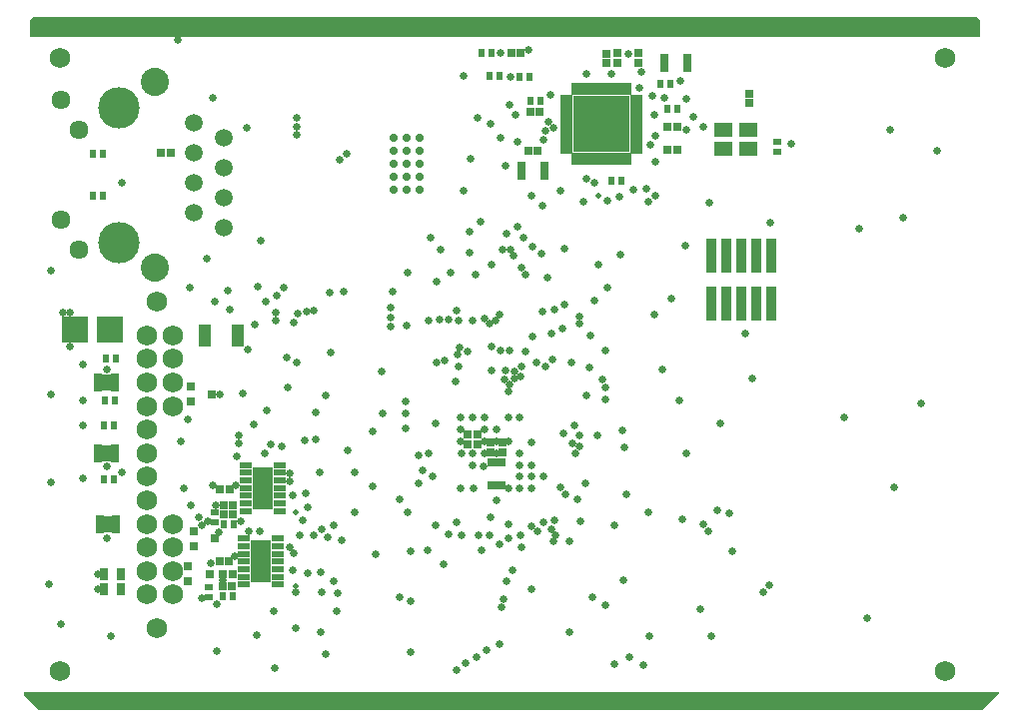
<source format=gbs>
G04*
G04 #@! TF.GenerationSoftware,Altium Limited,Altium Designer,19.0.4 (130)*
G04*
G04 Layer_Color=16711935*
%FSLAX25Y25*%
%MOIN*%
G70*
G01*
G75*
%ADD45R,0.02375X0.02572*%
%ADD46R,0.03713X0.11784*%
%ADD47R,0.02769X0.05918*%
%ADD48R,0.02926X0.02926*%
%ADD49R,0.02926X0.02926*%
%ADD53R,0.02572X0.02375*%
%ADD55R,0.02769X0.03950*%
%ADD56R,0.04343X0.07296*%
G04:AMPARAMS|DCode=65|XSize=19.81mil|YSize=19.81mil|CornerRadius=9.91mil|HoleSize=0mil|Usage=FLASHONLY|Rotation=270.000|XOffset=0mil|YOffset=0mil|HoleType=Round|Shape=RoundedRectangle|*
%AMROUNDEDRECTD65*
21,1,0.01981,0.00000,0,0,270.0*
21,1,0.00000,0.01981,0,0,270.0*
1,1,0.01981,0.00000,0.00000*
1,1,0.01981,0.00000,0.00000*
1,1,0.01981,0.00000,0.00000*
1,1,0.01981,0.00000,0.00000*
%
%ADD65ROUNDEDRECTD65*%
%ADD69C,0.05918*%
%ADD70C,0.09400*%
%ADD71C,0.13792*%
%ADD72C,0.06343*%
%ADD73C,0.06800*%
%ADD74C,0.02572*%
%ADD75C,0.02769*%
%ADD103R,0.04343X0.01981*%
%ADD104R,0.01981X0.04343*%
%ADD105R,0.18517X0.18517*%
%ADD106R,0.05918X0.05131*%
%ADD107R,0.03162X0.03162*%
%ADD108R,0.09068X0.08871*%
%ADD109R,0.02847X0.02060*%
%ADD110R,0.03202X0.05761*%
%ADD111R,0.07099X0.14186*%
%ADD112R,0.03969X0.01981*%
%ADD113R,0.05918X0.02769*%
G36*
X356299Y237205D02*
Y231299D01*
X39370D01*
Y237205D01*
X40354Y238189D01*
X355315D01*
X356299Y237205D01*
D02*
G37*
G36*
X362727Y12333D02*
X357283Y6890D01*
X42323D01*
X37402Y11811D01*
Y12795D01*
X362536D01*
X362727Y12333D01*
D02*
G37*
D45*
X189910Y226083D02*
D03*
X193257D02*
D03*
X195983Y218504D02*
D03*
X192637D02*
D03*
X206004Y218110D02*
D03*
X202658D02*
D03*
X209498Y210236D02*
D03*
X206151D02*
D03*
X233169Y183465D02*
D03*
X236516D02*
D03*
X255217Y207283D02*
D03*
X251870D02*
D03*
X249508Y215748D02*
D03*
X252854D02*
D03*
X60138Y192520D02*
D03*
X63484D02*
D03*
X60138Y178347D02*
D03*
X63484D02*
D03*
X103445Y44882D02*
D03*
X106791D02*
D03*
X103839Y68898D02*
D03*
X107185D02*
D03*
X64468Y124016D02*
D03*
X67815D02*
D03*
X64075Y83858D02*
D03*
X67421D02*
D03*
X64075Y101772D02*
D03*
X67421D02*
D03*
X64173Y110236D02*
D03*
X67520D02*
D03*
D46*
X286653Y142305D02*
D03*
Y158329D02*
D03*
X281653Y142305D02*
D03*
Y158329D02*
D03*
X276654Y142305D02*
D03*
Y158329D02*
D03*
X271654Y142305D02*
D03*
Y158329D02*
D03*
X266653Y142305D02*
D03*
Y158329D02*
D03*
D47*
X203248Y186614D02*
D03*
X210925D02*
D03*
X258513Y222638D02*
D03*
X250836D02*
D03*
D48*
X202984Y225984D02*
D03*
X199834D02*
D03*
X209399Y206299D02*
D03*
X206250D02*
D03*
X205512Y193307D02*
D03*
X208661D02*
D03*
X255118Y193701D02*
D03*
X251969D02*
D03*
X255118Y201378D02*
D03*
X251969D02*
D03*
X86221Y192936D02*
D03*
X83071D02*
D03*
X188583Y95472D02*
D03*
X185433D02*
D03*
X188583Y98622D02*
D03*
X185433D02*
D03*
X103937Y72047D02*
D03*
X107087D02*
D03*
X106890Y52165D02*
D03*
X103740D02*
D03*
X107087Y75197D02*
D03*
X103937D02*
D03*
X103543Y48031D02*
D03*
X106693D02*
D03*
X102756Y80500D02*
D03*
X105905D02*
D03*
X102488Y56328D02*
D03*
X105638D02*
D03*
D49*
X242126Y225975D02*
D03*
Y222825D02*
D03*
X235433Y222835D02*
D03*
Y225984D02*
D03*
X231496Y222630D02*
D03*
Y225779D02*
D03*
X279134Y212598D02*
D03*
Y209449D02*
D03*
X192913Y96063D02*
D03*
Y92913D02*
D03*
X196850Y96063D02*
D03*
Y92913D02*
D03*
D53*
X288583Y196555D02*
D03*
Y193209D02*
D03*
X98819Y44390D02*
D03*
Y47736D02*
D03*
X100787Y69587D02*
D03*
Y72933D02*
D03*
D55*
X64016Y52165D02*
D03*
X69449D02*
D03*
X64016Y47244D02*
D03*
X69449D02*
D03*
D56*
X97441Y131890D02*
D03*
X108661D02*
D03*
D65*
X228865Y178585D02*
D03*
X127893Y48228D02*
D03*
X127953Y72835D02*
D03*
D69*
X103894Y167936D02*
D03*
X93894Y172936D02*
D03*
X103894Y177936D02*
D03*
X93894Y182936D02*
D03*
X103894Y187936D02*
D03*
X93894Y192936D02*
D03*
X103894Y197936D02*
D03*
X93894Y202936D02*
D03*
D70*
X80901Y216440D02*
D03*
Y154432D02*
D03*
D71*
X68893Y162936D02*
D03*
Y207936D02*
D03*
D72*
X55592Y160530D02*
D03*
X49608Y210333D02*
D03*
X55594Y200340D02*
D03*
X49610Y170537D02*
D03*
D73*
X78149Y45276D02*
D03*
Y53150D02*
D03*
X86811Y45276D02*
D03*
Y53150D02*
D03*
X78149Y131890D02*
D03*
Y124016D02*
D03*
X86811Y131890D02*
D03*
Y124016D02*
D03*
Y116142D02*
D03*
Y68898D02*
D03*
X86811Y61024D02*
D03*
X78149Y116142D02*
D03*
Y108268D02*
D03*
Y100394D02*
D03*
Y92520D02*
D03*
Y84646D02*
D03*
Y76772D02*
D03*
Y61024D02*
D03*
Y68898D02*
D03*
X86811Y108268D02*
D03*
X81693Y143110D02*
D03*
Y34055D02*
D03*
X49213Y224410D02*
D03*
X344488D02*
D03*
X49213Y19685D02*
D03*
X344488D02*
D03*
D74*
X196269Y226083D02*
D03*
X205674Y227177D02*
D03*
X116142Y163567D02*
D03*
X111458Y201075D02*
D03*
X184055Y218504D02*
D03*
X212957Y212043D02*
D03*
X247466Y138766D02*
D03*
X236379Y158915D02*
D03*
X217652Y160788D02*
D03*
X336614Y109252D02*
D03*
X341831Y193307D02*
D03*
X330709Y171260D02*
D03*
X315945Y167323D02*
D03*
X98425Y157342D02*
D03*
X156546Y119838D02*
D03*
X262795Y40427D02*
D03*
X273600Y59800D02*
D03*
X257035Y70429D02*
D03*
X255906Y109941D02*
D03*
X258374Y92519D02*
D03*
X237710Y94488D02*
D03*
X238204Y78863D02*
D03*
X234360Y68555D02*
D03*
X222981Y69862D02*
D03*
X166339Y26100D02*
D03*
X269683Y102362D02*
D03*
X245477Y72648D02*
D03*
X293307Y195748D02*
D03*
X238779Y225742D02*
D03*
X247929Y198378D02*
D03*
X263779Y201565D02*
D03*
X246198Y195472D02*
D03*
X242626Y214567D02*
D03*
X243110Y219882D02*
D03*
X256304Y216748D02*
D03*
X233169Y218959D02*
D03*
X224803D02*
D03*
X100394Y211024D02*
D03*
X69784Y182677D02*
D03*
X266653Y31400D02*
D03*
X318701Y37402D02*
D03*
X327756Y80992D02*
D03*
X310777Y104331D02*
D03*
X280433Y117323D02*
D03*
X57087Y233616D02*
D03*
X66925D02*
D03*
X76181D02*
D03*
X86614D02*
D03*
X97146D02*
D03*
X147638D02*
D03*
X137106D02*
D03*
X126673D02*
D03*
X117417D02*
D03*
X107579D02*
D03*
X209590D02*
D03*
X219428D02*
D03*
X228684D02*
D03*
X239118D02*
D03*
X249649D02*
D03*
X199157D02*
D03*
X188625D02*
D03*
X178192D02*
D03*
X168936D02*
D03*
X159098D02*
D03*
X312303D02*
D03*
X322142D02*
D03*
X331398D02*
D03*
X341831D02*
D03*
X301870D02*
D03*
X291339D02*
D03*
X280905D02*
D03*
X271649D02*
D03*
X261811D02*
D03*
X263779Y11175D02*
D03*
X273618D02*
D03*
X282874D02*
D03*
X293307D02*
D03*
X303839D02*
D03*
X343799D02*
D03*
X333366D02*
D03*
X324110D02*
D03*
X314272D02*
D03*
X161066D02*
D03*
X170905D02*
D03*
X180161D02*
D03*
X190594D02*
D03*
X201125D02*
D03*
X251618D02*
D03*
X241086D02*
D03*
X230653D02*
D03*
X221397D02*
D03*
X211559D02*
D03*
X109547D02*
D03*
X119386D02*
D03*
X128642D02*
D03*
X139075D02*
D03*
X149606D02*
D03*
X99114D02*
D03*
X88583D02*
D03*
X78149D02*
D03*
X68893D02*
D03*
X201409Y205512D02*
D03*
X201958Y196555D02*
D03*
X326378Y200340D02*
D03*
X285827Y48425D02*
D03*
X283858Y46063D02*
D03*
X246850Y211811D02*
D03*
X244881Y180708D02*
D03*
X231890Y176772D02*
D03*
X250787Y211024D02*
D03*
X245669Y176378D02*
D03*
X237205Y50197D02*
D03*
X258268Y210630D02*
D03*
X199585Y218110D02*
D03*
X265914Y175984D02*
D03*
X224016Y176392D02*
D03*
X217322Y99212D02*
D03*
X222441Y138189D02*
D03*
X247638Y205315D02*
D03*
X244094Y21654D02*
D03*
X213779Y201181D02*
D03*
X212205Y203150D02*
D03*
X211353Y200000D02*
D03*
X210630Y197161D02*
D03*
X234164Y22047D02*
D03*
X239272Y24409D02*
D03*
X258268Y200340D02*
D03*
X246063Y31400D02*
D03*
X219291Y32677D02*
D03*
X260630Y204724D02*
D03*
X250394Y120334D02*
D03*
X227559Y182677D02*
D03*
X235826Y177952D02*
D03*
X231299Y114567D02*
D03*
X226094Y121117D02*
D03*
X231398Y110331D02*
D03*
Y41732D02*
D03*
X224803Y184252D02*
D03*
X227636Y143307D02*
D03*
X226378Y131890D02*
D03*
X227067Y44488D02*
D03*
X240551Y180315D02*
D03*
X216402Y180113D02*
D03*
X198829Y113096D02*
D03*
X202808Y64940D02*
D03*
X198819Y63976D02*
D03*
X203061Y118214D02*
D03*
X200788Y117323D02*
D03*
X200787Y119882D02*
D03*
X199202Y115453D02*
D03*
X197549Y117230D02*
D03*
X198000Y120100D02*
D03*
X193316Y119986D02*
D03*
X198808Y68898D02*
D03*
X194813Y76890D02*
D03*
X209842Y159031D02*
D03*
X207087Y161417D02*
D03*
X211811Y151181D02*
D03*
X174803Y149606D02*
D03*
X189469Y169700D02*
D03*
X182382Y136909D02*
D03*
X179044Y137211D02*
D03*
X175796Y137015D02*
D03*
X172146Y136625D02*
D03*
X177457Y123425D02*
D03*
X175098Y122733D02*
D03*
X173622Y84874D02*
D03*
X181496Y20079D02*
D03*
X184646Y22441D02*
D03*
X188189Y24409D02*
D03*
X191732Y26681D02*
D03*
X195788Y28740D02*
D03*
X196457Y40945D02*
D03*
X197244Y43701D02*
D03*
X247846Y178347D02*
D03*
X210236Y175197D02*
D03*
X206693Y178347D02*
D03*
X201958Y168099D02*
D03*
X203937Y164567D02*
D03*
X231890Y147638D02*
D03*
X217900Y78800D02*
D03*
X216228Y80992D02*
D03*
X221074Y101777D02*
D03*
X222539Y98327D02*
D03*
X228937Y155512D02*
D03*
X206534Y47244D02*
D03*
X183109Y64978D02*
D03*
X171883Y60200D02*
D03*
X192531Y64940D02*
D03*
X189960Y60039D02*
D03*
X195866Y62008D02*
D03*
X178839Y65436D02*
D03*
X174705Y68588D02*
D03*
X181595Y69295D02*
D03*
X177199Y55379D02*
D03*
X187131Y80832D02*
D03*
X183090Y80727D02*
D03*
X190551Y88189D02*
D03*
X187008Y88583D02*
D03*
X187007Y92519D02*
D03*
X194882Y92520D02*
D03*
X183109Y92519D02*
D03*
X272601Y72421D02*
D03*
X265748Y66296D02*
D03*
X268686Y73571D02*
D03*
X263779Y68701D02*
D03*
X237063Y99993D02*
D03*
X193021Y71161D02*
D03*
X206694Y68110D02*
D03*
X200394Y53445D02*
D03*
X203100Y61200D02*
D03*
X198819Y80708D02*
D03*
X202756Y80709D02*
D03*
X206693D02*
D03*
Y84646D02*
D03*
X174705Y102461D02*
D03*
X164507Y100650D02*
D03*
X198819Y96457D02*
D03*
X190945Y100394D02*
D03*
X194883D02*
D03*
X183071D02*
D03*
X248031Y189764D02*
D03*
X216929Y134153D02*
D03*
X253150Y144095D02*
D03*
X257874Y161811D02*
D03*
X222441Y135630D02*
D03*
X186221Y190650D02*
D03*
X198041Y188583D02*
D03*
X128347Y201575D02*
D03*
Y204331D02*
D03*
X188976Y64960D02*
D03*
X131299Y79232D02*
D03*
X131890Y74508D02*
D03*
X129348Y64961D02*
D03*
X133995Y65256D02*
D03*
X140500Y68398D02*
D03*
X125984Y61024D02*
D03*
X130315Y70079D02*
D03*
X136708Y67115D02*
D03*
X138583Y64370D02*
D03*
X127270Y58960D02*
D03*
X159449Y140945D02*
D03*
X172834Y164567D02*
D03*
X176179Y160530D02*
D03*
X185800Y166562D02*
D03*
X164862Y134941D02*
D03*
X181595Y140157D02*
D03*
X185900Y159449D02*
D03*
X188583Y204390D02*
D03*
X192997Y202279D02*
D03*
X139113Y146200D02*
D03*
X144095Y146457D02*
D03*
X199213Y208661D02*
D03*
X198342Y165800D02*
D03*
X183968Y180206D02*
D03*
X196161Y197933D02*
D03*
X128347Y198819D02*
D03*
X142520Y190551D02*
D03*
X144783Y192520D02*
D03*
X124016Y147638D02*
D03*
X198140Y49609D02*
D03*
X217441Y142126D02*
D03*
X210148Y139869D02*
D03*
X203346Y154429D02*
D03*
X214381Y140558D02*
D03*
X165354Y152854D02*
D03*
X286171Y169291D02*
D03*
X114173Y135433D02*
D03*
X115354Y148031D02*
D03*
X105905Y140551D02*
D03*
X187992Y152271D02*
D03*
X193150Y155512D02*
D03*
X200699Y158374D02*
D03*
X199585Y160531D02*
D03*
X196949Y160335D02*
D03*
X131010Y96794D02*
D03*
X123228Y94784D02*
D03*
X125984Y85630D02*
D03*
X126083Y83071D02*
D03*
X134761Y97030D02*
D03*
X202609Y84646D02*
D03*
X172121Y92308D02*
D03*
X214364Y70177D02*
D03*
X210630Y69291D02*
D03*
X57087Y109941D02*
D03*
Y122150D02*
D03*
Y101772D02*
D03*
Y83957D02*
D03*
X96555Y68602D02*
D03*
X98654Y69717D02*
D03*
X204538Y152271D02*
D03*
X195965Y138681D02*
D03*
X143307Y63540D02*
D03*
X141672Y39764D02*
D03*
X141831Y45768D02*
D03*
X92682Y147638D02*
D03*
X89567Y96457D02*
D03*
X137795Y25600D02*
D03*
X127942Y34055D02*
D03*
X165354Y72835D02*
D03*
X147638Y72648D02*
D03*
X139764Y125984D02*
D03*
X179724Y152854D02*
D03*
X160156Y146457D02*
D03*
X220002Y122736D02*
D03*
X166400Y59800D02*
D03*
X147600Y86200D02*
D03*
X154488Y58760D02*
D03*
X66300Y31400D02*
D03*
X59055Y11175D02*
D03*
X277953Y132491D02*
D03*
X88583Y230315D02*
D03*
X46200Y153400D02*
D03*
Y112200D02*
D03*
X46400Y82829D02*
D03*
X45600Y48652D02*
D03*
X49610Y35433D02*
D03*
X231300Y126800D02*
D03*
X199155D02*
D03*
X196368Y126679D02*
D03*
X193150Y128051D02*
D03*
X183071Y96457D02*
D03*
X214539Y65264D02*
D03*
X219291Y62992D02*
D03*
X132000Y52500D02*
D03*
X140574Y49682D02*
D03*
X136259Y52756D02*
D03*
X126961Y53543D02*
D03*
X107874Y81693D02*
D03*
X100394D02*
D03*
X92913Y75087D02*
D03*
X90561Y80845D02*
D03*
X99500Y55655D02*
D03*
X107579Y58071D02*
D03*
X112113Y66339D02*
D03*
X116000Y66500D02*
D03*
X128000Y46063D02*
D03*
X208662Y66500D02*
D03*
X101000Y143209D02*
D03*
X119691Y95477D02*
D03*
X108405Y91399D02*
D03*
X109454Y69688D02*
D03*
X162697Y77165D02*
D03*
Y44587D02*
D03*
X120472Y39764D02*
D03*
X166339Y43110D02*
D03*
X121567Y144987D02*
D03*
X131436Y139704D02*
D03*
X127172Y136227D02*
D03*
X206534Y96260D02*
D03*
X230413Y117027D02*
D03*
X213287Y67224D02*
D03*
X168996Y82480D02*
D03*
X186811Y136625D02*
D03*
X194596Y136818D02*
D03*
X207087Y131299D02*
D03*
X185245Y126286D02*
D03*
X181988Y125295D02*
D03*
X204538Y126565D02*
D03*
X113976Y101969D02*
D03*
X135925Y86221D02*
D03*
X153543Y99606D02*
D03*
X181111Y116443D02*
D03*
X182194Y121561D02*
D03*
X182579Y127745D02*
D03*
X190945Y137598D02*
D03*
X192531Y135670D02*
D03*
X211417Y121457D02*
D03*
X203150Y121555D02*
D03*
X208169Y122736D02*
D03*
X213583Y123622D02*
D03*
X213189Y132579D02*
D03*
X187008Y104331D02*
D03*
X190945D02*
D03*
X202569Y88587D02*
D03*
X170177Y86614D02*
D03*
X164764Y105807D02*
D03*
X168799Y91831D02*
D03*
X225000Y111811D02*
D03*
X221949Y77264D02*
D03*
X222452Y94690D02*
D03*
X228543Y98327D02*
D03*
X206693Y88583D02*
D03*
X134455Y106107D02*
D03*
X220385Y95871D02*
D03*
X224508Y82382D02*
D03*
X164764Y109646D02*
D03*
X138091Y111614D02*
D03*
X118405Y106693D02*
D03*
X157087Y105610D02*
D03*
X95571Y71161D02*
D03*
X145374Y93307D02*
D03*
X117717Y92520D02*
D03*
X108858Y98524D02*
D03*
Y95866D02*
D03*
X92028Y103642D02*
D03*
X110433Y112408D02*
D03*
X210630Y84645D02*
D03*
X128347Y122933D02*
D03*
X128740Y139173D02*
D03*
X125295Y114370D02*
D03*
X133858Y139961D02*
D03*
X125000Y124311D02*
D03*
X118012Y143209D02*
D03*
X153543Y81496D02*
D03*
X190945Y92520D02*
D03*
X103445Y50011D02*
D03*
X221260Y92520D02*
D03*
X126961Y78347D02*
D03*
X105118Y146850D02*
D03*
X136614Y46063D02*
D03*
X136259Y32677D02*
D03*
X102362Y65945D02*
D03*
X101378Y75197D02*
D03*
X101575Y26378D02*
D03*
X114961Y31890D02*
D03*
X96457Y44094D02*
D03*
X101575Y42126D02*
D03*
X69784Y86221D02*
D03*
X121200Y136614D02*
D03*
Y139370D02*
D03*
X120866Y20866D02*
D03*
X213779Y62992D02*
D03*
X102756Y112008D02*
D03*
X202757Y104331D02*
D03*
X202756Y92521D02*
D03*
X190944Y96457D02*
D03*
X111811Y127165D02*
D03*
X159449Y137795D02*
D03*
Y134646D02*
D03*
X52756Y139370D02*
D03*
Y127953D02*
D03*
X50394Y139370D02*
D03*
X64961Y120472D02*
D03*
X61811Y47244D02*
D03*
Y51968D02*
D03*
X64961Y88189D02*
D03*
Y63976D02*
D03*
X198820Y104331D02*
D03*
X183071D02*
D03*
X194882Y96457D02*
D03*
D75*
X160570Y197638D02*
D03*
X164901D02*
D03*
X169232D02*
D03*
X160570Y193307D02*
D03*
X164901D02*
D03*
X169232D02*
D03*
X160570Y188976D02*
D03*
X164901D02*
D03*
X169232D02*
D03*
X160570Y184646D02*
D03*
X164901D02*
D03*
X169232D02*
D03*
X160570Y180315D02*
D03*
X164901D02*
D03*
X169232D02*
D03*
D103*
X218307Y193504D02*
D03*
Y195472D02*
D03*
Y197441D02*
D03*
Y199409D02*
D03*
Y201378D02*
D03*
Y203346D02*
D03*
Y205315D02*
D03*
Y207283D02*
D03*
Y209252D02*
D03*
Y211221D02*
D03*
X241535D02*
D03*
Y209252D02*
D03*
Y207283D02*
D03*
Y205315D02*
D03*
Y203346D02*
D03*
Y201378D02*
D03*
Y199409D02*
D03*
Y197441D02*
D03*
Y195472D02*
D03*
Y193504D02*
D03*
D104*
X221063Y213976D02*
D03*
X223031D02*
D03*
X225000D02*
D03*
X226969D02*
D03*
X228937D02*
D03*
X230906D02*
D03*
X232874D02*
D03*
X234842D02*
D03*
X236811D02*
D03*
X238779D02*
D03*
Y190748D02*
D03*
X236811D02*
D03*
X234842D02*
D03*
X232874D02*
D03*
X230906D02*
D03*
X228937D02*
D03*
X226969D02*
D03*
X225000D02*
D03*
X223031D02*
D03*
X221063D02*
D03*
D105*
X229921Y202362D02*
D03*
D106*
X278779Y200492D02*
D03*
X270511D02*
D03*
Y193996D02*
D03*
X278779D02*
D03*
D107*
X92027Y49606D02*
D03*
Y54724D02*
D03*
X99311Y52165D02*
D03*
X92815Y109646D02*
D03*
Y114764D02*
D03*
X100099Y112205D02*
D03*
X93799Y61417D02*
D03*
Y66535D02*
D03*
X101083Y63976D02*
D03*
D108*
X54232Y133858D02*
D03*
X65847D02*
D03*
D109*
X67441Y118110D02*
D03*
Y116142D02*
D03*
Y114173D02*
D03*
X62008Y118110D02*
D03*
Y116142D02*
D03*
Y114173D02*
D03*
X67441Y94488D02*
D03*
Y92520D02*
D03*
Y90551D02*
D03*
X62008Y94488D02*
D03*
Y92520D02*
D03*
Y90551D02*
D03*
X67913Y70866D02*
D03*
Y68898D02*
D03*
Y66929D02*
D03*
X62480Y70866D02*
D03*
Y68898D02*
D03*
Y66929D02*
D03*
D110*
X64724Y116142D02*
D03*
Y92520D02*
D03*
X65197Y68898D02*
D03*
D111*
X116329Y56299D02*
D03*
X116938Y80906D02*
D03*
D112*
X110611Y63976D02*
D03*
Y61417D02*
D03*
Y58858D02*
D03*
Y56299D02*
D03*
Y53740D02*
D03*
Y51181D02*
D03*
Y48622D02*
D03*
X122047D02*
D03*
Y51181D02*
D03*
Y53740D02*
D03*
Y56299D02*
D03*
Y58858D02*
D03*
Y61417D02*
D03*
Y63976D02*
D03*
X111221Y88583D02*
D03*
Y86024D02*
D03*
Y83465D02*
D03*
Y80906D02*
D03*
Y78347D02*
D03*
Y75788D02*
D03*
Y73229D02*
D03*
X122657D02*
D03*
Y75788D02*
D03*
Y78347D02*
D03*
Y80906D02*
D03*
Y83465D02*
D03*
Y86024D02*
D03*
Y88583D02*
D03*
D113*
X195079Y81791D02*
D03*
Y89468D02*
D03*
M02*

</source>
